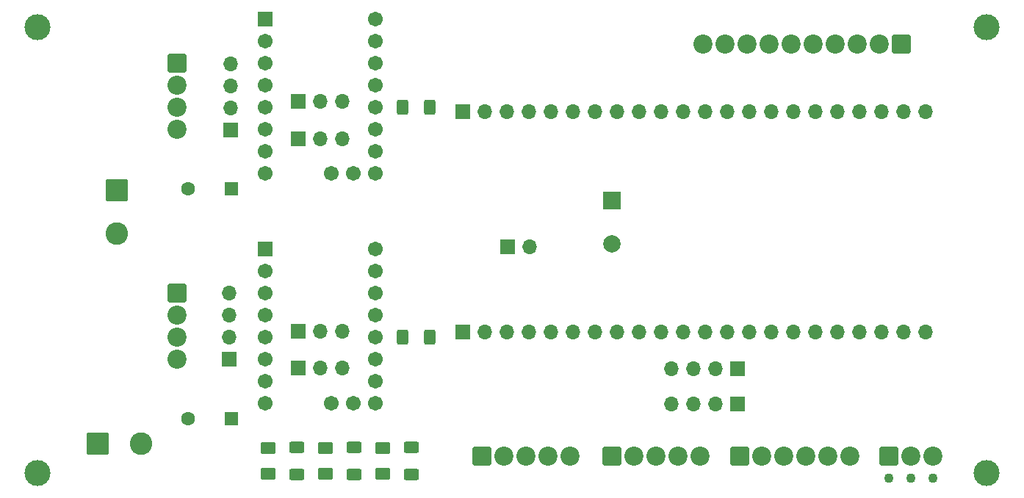
<source format=gbr>
%TF.GenerationSoftware,KiCad,Pcbnew,9.0.0*%
%TF.CreationDate,2025-03-28T18:05:30-06:00*%
%TF.ProjectId,Dark_Passenger_Turret_MCU,4461726b-5f50-4617-9373-656e6765725f,1.0*%
%TF.SameCoordinates,Original*%
%TF.FileFunction,Soldermask,Top*%
%TF.FilePolarity,Negative*%
%FSLAX46Y46*%
G04 Gerber Fmt 4.6, Leading zero omitted, Abs format (unit mm)*
G04 Created by KiCad (PCBNEW 9.0.0) date 2025-03-28 18:05:30*
%MOMM*%
%LPD*%
G01*
G04 APERTURE LIST*
G04 Aperture macros list*
%AMRoundRect*
0 Rectangle with rounded corners*
0 $1 Rounding radius*
0 $2 $3 $4 $5 $6 $7 $8 $9 X,Y pos of 4 corners*
0 Add a 4 corners polygon primitive as box body*
4,1,4,$2,$3,$4,$5,$6,$7,$8,$9,$2,$3,0*
0 Add four circle primitives for the rounded corners*
1,1,$1+$1,$2,$3*
1,1,$1+$1,$4,$5*
1,1,$1+$1,$6,$7*
1,1,$1+$1,$8,$9*
0 Add four rect primitives between the rounded corners*
20,1,$1+$1,$2,$3,$4,$5,0*
20,1,$1+$1,$4,$5,$6,$7,0*
20,1,$1+$1,$6,$7,$8,$9,0*
20,1,$1+$1,$8,$9,$2,$3,0*%
G04 Aperture macros list end*
%ADD10RoundRect,0.249999X-0.850001X0.850001X-0.850001X-0.850001X0.850001X-0.850001X0.850001X0.850001X0*%
%ADD11C,2.200000*%
%ADD12RoundRect,0.250001X-0.624999X0.462499X-0.624999X-0.462499X0.624999X-0.462499X0.624999X0.462499X0*%
%ADD13R,1.700000X1.700000*%
%ADD14O,1.700000X1.700000*%
%ADD15C,3.000000*%
%ADD16RoundRect,0.250000X0.400000X0.625000X-0.400000X0.625000X-0.400000X-0.625000X0.400000X-0.625000X0*%
%ADD17RoundRect,0.250000X-0.625000X0.400000X-0.625000X-0.400000X0.625000X-0.400000X0.625000X0.400000X0*%
%ADD18RoundRect,0.102000X-0.754000X-0.754000X0.754000X-0.754000X0.754000X0.754000X-0.754000X0.754000X0*%
%ADD19C,1.712000*%
%ADD20C,1.100000*%
%ADD21RoundRect,0.249999X-0.850001X-0.850001X0.850001X-0.850001X0.850001X0.850001X-0.850001X0.850001X0*%
%ADD22R,2.000000X2.000000*%
%ADD23C,2.000000*%
%ADD24R,1.600000X1.600000*%
%ADD25C,1.600000*%
%ADD26RoundRect,0.250000X-1.050000X-1.050000X1.050000X-1.050000X1.050000X1.050000X-1.050000X1.050000X0*%
%ADD27C,2.600000*%
%ADD28RoundRect,0.249999X0.850001X0.850001X-0.850001X0.850001X-0.850001X-0.850001X0.850001X-0.850001X0*%
%ADD29RoundRect,0.250000X-1.050000X1.050000X-1.050000X-1.050000X1.050000X-1.050000X1.050000X1.050000X0*%
G04 APERTURE END LIST*
D10*
%TO.C,J13*%
X62484200Y-35147600D03*
D11*
X62484200Y-37687600D03*
X62484200Y-40227600D03*
X62484200Y-42767600D03*
%TD*%
D12*
%TO.C,D3*%
X72974200Y-79507100D03*
X72974200Y-82482100D03*
%TD*%
D13*
%TO.C,J1*%
X95428600Y-66134200D03*
D14*
X97968600Y-66134200D03*
X100508600Y-66134200D03*
X103048600Y-66134200D03*
X105588600Y-66134200D03*
X108128600Y-66134200D03*
X110668600Y-66134200D03*
X113208600Y-66134200D03*
X115748600Y-66134200D03*
X118288600Y-66134200D03*
X120828600Y-66134200D03*
X123368600Y-66134200D03*
X125908600Y-66134200D03*
X128448600Y-66134200D03*
X130988600Y-66134200D03*
X133528600Y-66134200D03*
X136068600Y-66134200D03*
X138608600Y-66134200D03*
X141148600Y-66134200D03*
X143688600Y-66134200D03*
X146228600Y-66134200D03*
X148768600Y-66134200D03*
%TD*%
D15*
%TO.C,H3*%
X155794836Y-82412100D03*
%TD*%
D13*
%TO.C,J11*%
X127091800Y-74441000D03*
D14*
X124551800Y-74441000D03*
X122011800Y-74441000D03*
X119471800Y-74441000D03*
%TD*%
D12*
%TO.C,D2*%
X86182200Y-79507100D03*
X86182200Y-82482100D03*
%TD*%
D15*
%TO.C,H4*%
X46402185Y-82412100D03*
%TD*%
D16*
%TO.C,R4*%
X91593200Y-66719800D03*
X88493200Y-66719800D03*
%TD*%
%TO.C,R6*%
X91593200Y-40278400D03*
X88493200Y-40278400D03*
%TD*%
D17*
%TO.C,R2*%
X89484200Y-79444600D03*
X89484200Y-82544600D03*
%TD*%
D13*
%TO.C,J16*%
X100578800Y-56363000D03*
D14*
X103118800Y-56363000D03*
%TD*%
D13*
%TO.C,J18*%
X68643181Y-42848638D03*
D14*
X68643181Y-40308638D03*
X68643181Y-37768638D03*
X68643181Y-35228638D03*
%TD*%
D15*
%TO.C,H2*%
X46402185Y-31037757D03*
%TD*%
D13*
%TO.C,J19*%
X76479600Y-66059400D03*
D14*
X79019600Y-66059400D03*
X81559600Y-66059400D03*
%TD*%
D17*
%TO.C,R3*%
X76276200Y-79444600D03*
X76276200Y-82544600D03*
%TD*%
D13*
%TO.C,J2*%
X95428600Y-40734200D03*
D14*
X97968600Y-40734200D03*
X100508600Y-40734200D03*
X103048600Y-40734200D03*
X105588600Y-40734200D03*
X108128600Y-40734200D03*
X110668600Y-40734200D03*
X113208600Y-40734200D03*
X115748600Y-40734200D03*
X118288600Y-40734200D03*
X120828600Y-40734200D03*
X123368600Y-40734200D03*
X125908600Y-40734200D03*
X128448600Y-40734200D03*
X130988600Y-40734200D03*
X133528600Y-40734200D03*
X136068600Y-40734200D03*
X138608600Y-40734200D03*
X141148600Y-40734200D03*
X143688600Y-40734200D03*
X146228600Y-40734200D03*
X148768600Y-40734200D03*
%TD*%
D13*
%TO.C,J20*%
X76479600Y-39592600D03*
D14*
X79019600Y-39592600D03*
X81559600Y-39592600D03*
%TD*%
D17*
%TO.C,R1*%
X82880200Y-79444600D03*
X82880200Y-82544600D03*
%TD*%
D18*
%TO.C,U1*%
X72644200Y-56585200D03*
D19*
X72644200Y-59125200D03*
X72644200Y-61665200D03*
X72644200Y-64205200D03*
X72644200Y-66745200D03*
X72644200Y-69285200D03*
X72644200Y-71825200D03*
X72644200Y-74365200D03*
X85344200Y-56585200D03*
X85344200Y-59125200D03*
X85344200Y-61665200D03*
X85344200Y-64205200D03*
X85344200Y-66745200D03*
X85344200Y-69285200D03*
X85344200Y-71825200D03*
X85344200Y-74365200D03*
X80264200Y-74365200D03*
X82804200Y-74365200D03*
%TD*%
D13*
%TO.C,J10*%
X127091800Y-70351600D03*
D14*
X124551800Y-70351600D03*
X122011800Y-70351600D03*
X119471800Y-70351600D03*
%TD*%
D20*
%TO.C,J4*%
X144576800Y-83026600D03*
X147116800Y-83026600D03*
X149656800Y-83026600D03*
D21*
X144576800Y-80486600D03*
D11*
X147116800Y-80486600D03*
X149656800Y-80486600D03*
%TD*%
D21*
%TO.C,J9*%
X127330200Y-80486600D03*
D11*
X129870200Y-80486600D03*
X132410200Y-80486600D03*
X134950200Y-80486600D03*
X137490200Y-80486600D03*
X140030200Y-80486600D03*
%TD*%
D22*
%TO.C,C1*%
X112649200Y-51026400D03*
D23*
X112649200Y-56026400D03*
%TD*%
D10*
%TO.C,J12*%
X62484200Y-61639800D03*
D11*
X62484200Y-64179800D03*
X62484200Y-66719800D03*
X62484200Y-69259800D03*
%TD*%
D21*
%TO.C,J7*%
X112598200Y-80486600D03*
D11*
X115138200Y-80486600D03*
X117678200Y-80486600D03*
X120218200Y-80486600D03*
X122758200Y-80486600D03*
%TD*%
D13*
%TO.C,J17*%
X68501181Y-69289619D03*
D14*
X68501181Y-66749619D03*
X68501181Y-64209619D03*
X68501181Y-61669619D03*
%TD*%
D24*
%TO.C,C3*%
X68783400Y-49651000D03*
D25*
X63783400Y-49651000D03*
%TD*%
D24*
%TO.C,C2*%
X68783400Y-76117800D03*
D25*
X63783400Y-76117800D03*
%TD*%
D21*
%TO.C,J6*%
X97663000Y-80486600D03*
D11*
X100203000Y-80486600D03*
X102743000Y-80486600D03*
X105283000Y-80486600D03*
X107823000Y-80486600D03*
%TD*%
D26*
%TO.C,J8*%
X53340200Y-78982700D03*
D27*
X58340200Y-78982700D03*
%TD*%
D13*
%TO.C,J15*%
X76479600Y-43859800D03*
D14*
X79019600Y-43859800D03*
X81559600Y-43859800D03*
%TD*%
D15*
%TO.C,H1*%
X155794836Y-31037757D03*
%TD*%
D28*
%TO.C,J3*%
X145948600Y-32917900D03*
D11*
X143408600Y-32917900D03*
X140868600Y-32917900D03*
X138328600Y-32917900D03*
X135788600Y-32917900D03*
X133248600Y-32917900D03*
X130708600Y-32917900D03*
X128168600Y-32917900D03*
X125628600Y-32917900D03*
X123088600Y-32917900D03*
%TD*%
D12*
%TO.C,D1*%
X79578200Y-79507100D03*
X79578200Y-82482100D03*
%TD*%
D29*
%TO.C,J5*%
X55575200Y-49828800D03*
D27*
X55575200Y-54828800D03*
%TD*%
D13*
%TO.C,J14*%
X76479600Y-70326600D03*
D14*
X79019600Y-70326600D03*
X81559600Y-70326600D03*
%TD*%
D18*
%TO.C,U2*%
X72644200Y-30118400D03*
D19*
X72644200Y-32658400D03*
X72644200Y-35198400D03*
X72644200Y-37738400D03*
X72644200Y-40278400D03*
X72644200Y-42818400D03*
X72644200Y-45358400D03*
X72644200Y-47898400D03*
X85344200Y-30118400D03*
X85344200Y-32658400D03*
X85344200Y-35198400D03*
X85344200Y-37738400D03*
X85344200Y-40278400D03*
X85344200Y-42818400D03*
X85344200Y-45358400D03*
X85344200Y-47898400D03*
X80264200Y-47898400D03*
X82804200Y-47898400D03*
%TD*%
M02*

</source>
